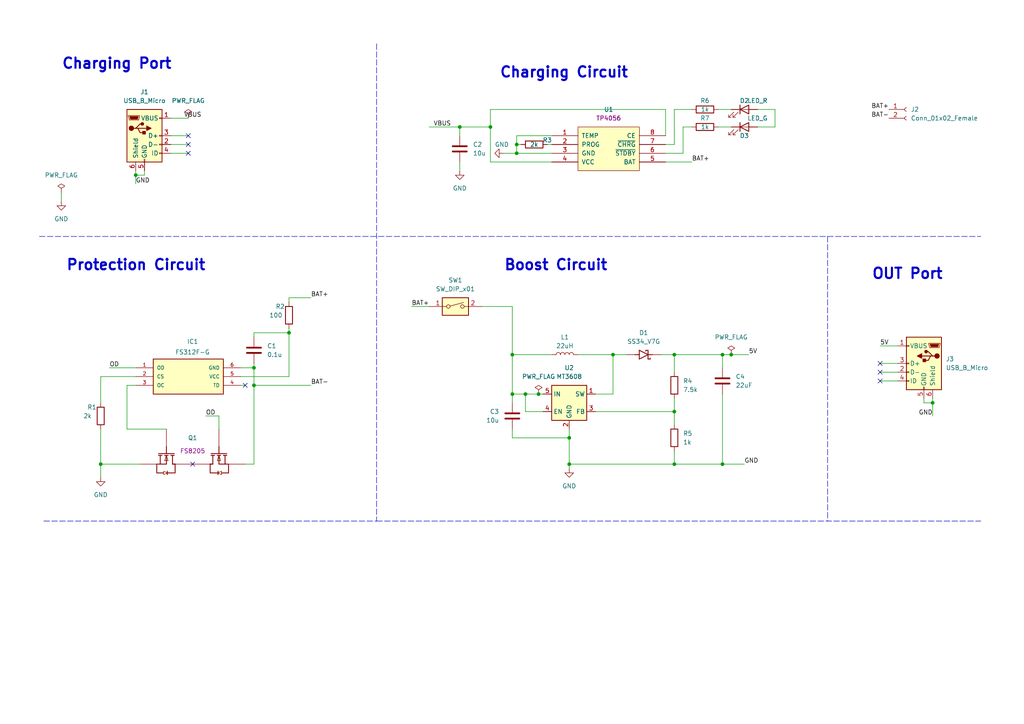
<source format=kicad_sch>
(kicad_sch (version 20211123) (generator eeschema)
  (paper "A4")
  (lib_symbols
    (symbol "Connector:Conn_01x02_Female" (pin_names (offset 1.016) hide)
      (property "Reference" "J" (at 0 2.54 0))
      (property "Value" "Conn_01x02_Female" (at 0 -5.08 0))
      (symbol "Conn_01x02_Female_1_1"
        (arc (start 0 -2.032) (mid -0.508 -2.54) (end 0 -3.048) (stroke (width 0.1524)))
        (polyline (pts (xy -1.27 -2.54) (xy -0.508 -2.54)) (stroke (width 0.1524)))
        (polyline (pts (xy -1.27 0) (xy -0.508 0)) (stroke (width 0.1524)))
        (arc (start 0 0.508) (mid -0.508 0) (end 0 -0.508) (stroke (width 0.1524)))
        (pin passive line (at -5.08 0 0) (length 3.81) (name "Pin_1") (number "1"))
        (pin passive line (at -5.08 -2.54 0) (length 3.81) (name "Pin_2") (number "2"))
      )
    )
    (symbol "Connector:USB_B_Micro" (pin_names (offset 1.016))
      (property "Reference" "J" (at -5.08 11.43 0))
      (property "Value" "USB_B_Micro" (at -5.08 8.89 0))
      (symbol "USB_B_Micro_0_1"
        (rectangle (start -5.08 -7.62) (end 5.08 7.62) (stroke (width 0.254)) (fill (type background)))
        (circle (center -3.81 2.159) (radius 0.635) (stroke (width 0.254)) (fill (type outline)))
        (circle (center -0.635 3.429) (radius 0.381) (stroke (width 0.254)) (fill (type outline)))
        (rectangle (start -0.127 -7.62) (end 0.127 -6.858))
        (polyline (pts (xy -1.905 2.159) (xy 0.635 2.159)) (stroke (width 0.254)))
        (polyline (pts (xy -3.175 2.159) (xy -2.54 2.159) (xy -1.27 3.429) (xy -0.635 3.429)) (stroke (width 0.254)))
        (polyline (pts (xy -2.54 2.159) (xy -1.905 2.159) (xy -1.27 0.889) (xy 0 0.889)) (stroke (width 0.254)))
        (polyline (pts (xy 0.635 2.794) (xy 0.635 1.524) (xy 1.905 2.159) (xy 0.635 2.794)) (stroke (width 0.254)) (fill (type outline)))
        (polyline (pts (xy -4.318 5.588) (xy -1.778 5.588) (xy -2.032 4.826) (xy -4.064 4.826) (xy -4.318 5.588)) (fill (type outline)))
        (polyline (pts (xy -4.699 5.842) (xy -4.699 5.588) (xy -4.445 4.826) (xy -4.445 4.572) (xy -1.651 4.572) (xy -1.651 4.826) (xy -1.397 5.588) (xy -1.397 5.842) (xy -4.699 5.842)))
        (rectangle (start 0.254 1.27) (end -0.508 0.508) (stroke (width 0.254)) (fill (type outline)))
        (rectangle (start 5.08 -5.207) (end 4.318 -4.953))
        (rectangle (start 5.08 -2.667) (end 4.318 -2.413))
        (rectangle (start 5.08 -0.127) (end 4.318 0.127))
        (rectangle (start 5.08 4.953) (end 4.318 5.207))
      )
      (symbol "USB_B_Micro_1_1"
        (pin power_out line (at 7.62 5.08 180) (length 2.54) (name "VBUS") (number "1"))
        (pin bidirectional line (at 7.62 -2.54 180) (length 2.54) (name "D-") (number "2"))
        (pin bidirectional line (at 7.62 0 180) (length 2.54) (name "D+") (number "3"))
        (pin passive line (at 7.62 -5.08 180) (length 2.54) (name "ID") (number "4"))
        (pin power_out line (at 0 -10.16 90) (length 2.54) (name "GND") (number "5"))
        (pin passive line (at -2.54 -10.16 90) (length 2.54) (name "Shield") (number "6"))
      )
    )
    (symbol "Device:C" (pin_numbers hide) (pin_names (offset 0.254))
      (property "Reference" "C" (at 0.635 2.54 0))
      (property "Value" "C" (at 0.635 -2.54 0))
      (symbol "C_0_1"
        (polyline (pts (xy -2.032 -0.762) (xy 2.032 -0.762)) (stroke (width 0.508)))
        (polyline (pts (xy -2.032 0.762) (xy 2.032 0.762)) (stroke (width 0.508)))
      )
      (symbol "C_1_1"
        (pin passive line (at 0 3.81 270) (length 2.794) (name "~") (number "1"))
        (pin passive line (at 0 -3.81 90) (length 2.794) (name "~") (number "2"))
      )
    )
    (symbol "Device:L" (pin_numbers hide) (pin_names (offset 1.016) hide)
      (property "Reference" "L" (at -1.27 0 90))
      (property "Value" "L" (at 1.905 0 90))
      (symbol "L_0_1"
        (arc (start 0 -2.54) (mid 0.635 -1.905) (end 0 -1.27))
        (arc (start 0 -1.27) (mid 0.635 -0.635) (end 0 0))
        (arc (start 0 0) (mid 0.635 0.635) (end 0 1.27))
        (arc (start 0 1.27) (mid 0.635 1.905) (end 0 2.54))
      )
      (symbol "L_1_1"
        (pin passive line (at 0 3.81 270) (length 1.27) (name "1") (number "1"))
        (pin passive line (at 0 -3.81 90) (length 1.27) (name "2") (number "2"))
      )
    )
    (symbol "Device:LED" (pin_numbers hide) (pin_names (offset 1.016) hide)
      (property "Reference" "D" (at 0 2.54 0))
      (property "Value" "LED" (at 0 -2.54 0))
      (symbol "LED_0_1"
        (polyline (pts (xy -1.27 -1.27) (xy -1.27 1.27)) (stroke (width 0.254)))
        (polyline (pts (xy -1.27 0) (xy 1.27 0)))
        (polyline (pts (xy 1.27 -1.27) (xy 1.27 1.27) (xy -1.27 0) (xy 1.27 -1.27)) (stroke (width 0.254)))
        (polyline (pts (xy -3.048 -0.762) (xy -4.572 -2.286) (xy -3.81 -2.286) (xy -4.572 -2.286) (xy -4.572 -1.524)))
        (polyline (pts (xy -1.778 -0.762) (xy -3.302 -2.286) (xy -2.54 -2.286) (xy -3.302 -2.286) (xy -3.302 -1.524)))
      )
      (symbol "LED_1_1"
        (pin passive line (at -3.81 0 0) (length 2.54) (name "K") (number "1"))
        (pin passive line (at 3.81 0 180) (length 2.54) (name "A") (number "2"))
      )
    )
    (symbol "Device:R" (pin_numbers hide) (pin_names (offset 0))
      (property "Reference" "R" (at 2.032 0 90))
      (property "Value" "R" (at 0 0 90))
      (symbol "R_0_1"
        (rectangle (start -1.016 -2.54) (end 1.016 2.54) (stroke (width 0.254)))
      )
      (symbol "R_1_1"
        (pin passive line (at 0 3.81 270) (length 1.27) (name "~") (number "1"))
        (pin passive line (at 0 -3.81 90) (length 1.27) (name "~") (number "2"))
      )
    )
    (symbol "FS312F-G:FS312F-G" (pin_names (offset 1.016))
      (property "Reference" "IC" (at -10.16 5.08 0))
      (symbol "FS312F-G_0_0"
        (rectangle (start -10.16 -5.08) (end 10.16 5.08) (stroke (width 0.254)) (fill (type background)))
        (pin bidirectional line (at -15.24 2.54 0) (length 5.08) (name "OD") (number "1"))
        (pin bidirectional line (at -15.24 0 0) (length 5.08) (name "CS") (number "2"))
        (pin bidirectional line (at -15.24 -2.54 0) (length 5.08) (name "OC") (number "3"))
        (pin bidirectional line (at 15.24 -2.54 180) (length 5.08) (name "TD") (number "4"))
        (pin bidirectional line (at 15.24 0 180) (length 5.08) (name "VCC") (number "5"))
        (pin bidirectional line (at 15.24 2.54 180) (length 5.08) (name "GND") (number "6"))
      )
    )
    (symbol "Regulator_Switching:MT3608"
      (property "Reference" "U" (at -2.54 8.89 0))
      (property "Value" "MT3608" (at -3.81 6.35 0))
      (symbol "MT3608_0_1"
        (rectangle (start -5.08 5.08) (end 5.08 -5.08) (stroke (width 0.254)) (fill (type background)))
      )
      (symbol "MT3608_1_1"
        (pin passive line (at 7.62 2.54 180) (length 2.54) (name "SW") (number "1"))
        (pin power_in line (at 0 -7.62 90) (length 2.54) (name "GND") (number "2"))
        (pin input line (at 7.62 -2.54 180) (length 2.54) (name "FB") (number "3"))
        (pin input line (at -7.62 -2.54 0) (length 2.54) (name "EN") (number "4"))
        (pin power_in line (at -7.62 2.54 0) (length 2.54) (name "IN") (number "5"))
        (pin no_connect line (at 5.08 0 180) (length 2.54) hide (name "NC") (number "6"))
      )
    )
    (symbol "SS34_V7G:SS34_V7G" (pin_numbers hide) (pin_names (offset 1.016) hide)
      (property "Reference" "D" (at -5.08 2.54 0))
      (property "Value" "SS34_V7G" (at -5.08 -3.81 0))
      (symbol "SS34_V7G_0_0"
        (polyline (pts (xy -2.54 0) (xy -1.27 0)) (stroke (width 0.254)))
        (polyline (pts (xy -1.27 -1.27) (xy 1.27 0)) (stroke (width 0.254)))
        (polyline (pts (xy -1.27 0) (xy -1.27 -1.27)) (stroke (width 0.254)))
        (polyline (pts (xy -1.27 1.27) (xy -1.27 0)) (stroke (width 0.254)))
        (polyline (pts (xy 0.635 -1.016) (xy 0.635 -1.27)) (stroke (width 0.254)))
        (polyline (pts (xy 1.27 -1.27) (xy 0.635 -1.27)) (stroke (width 0.254)))
        (polyline (pts (xy 1.27 0) (xy -1.27 1.27)) (stroke (width 0.254)))
        (polyline (pts (xy 1.27 0) (xy 1.27 -1.27)) (stroke (width 0.254)))
        (polyline (pts (xy 1.27 1.27) (xy 1.27 0)) (stroke (width 0.254)))
        (polyline (pts (xy 1.905 1.27) (xy 1.27 1.27)) (stroke (width 0.254)))
        (polyline (pts (xy 1.905 1.27) (xy 1.905 1.016)) (stroke (width 0.254)))
        (polyline (pts (xy 2.54 0) (xy 1.27 0)) (stroke (width 0.254)))
        (pin passive line (at -5.08 0 0) (length 2.54) (name "~") (number "A"))
        (pin passive line (at 5.08 0 180) (length 2.54) (name "~") (number "C"))
      )
    )
    (symbol "Switch:SW_DIP_x01" (pin_names (offset 0) hide)
      (property "Reference" "SW" (at 0 3.81 0))
      (property "Value" "SW_DIP_x01" (at 0 -3.81 0))
      (symbol "SW_DIP_x01_0_0"
        (circle (center -2.032 0) (radius 0.508))
        (polyline (pts (xy -1.524 0.127) (xy 2.3622 1.1684)))
        (circle (center 2.032 0) (radius 0.508))
      )
      (symbol "SW_DIP_x01_0_1"
        (rectangle (start -3.81 2.54) (end 3.81 -2.54) (stroke (width 0.254)) (fill (type background)))
      )
      (symbol "SW_DIP_x01_1_1"
        (pin passive line (at -7.62 0 0) (length 5.08) (name "~") (number "1"))
        (pin passive line (at 7.62 0 180) (length 5.08) (name "~") (number "2"))
      )
    )
    (symbol "lc_IC:TP4056_[C16581]" (pin_names (offset 1.016))
      (property "Reference" "U" (at -0.0254 1.27 0))
      (property "Comment" "TP4056" (at 3.7846 1.27 0))
      (symbol "TP4056_[C16581]_1_1"
        (rectangle (start 7.62 -12.7) (end 25.4 0) (fill (type background)))
        (pin passive line (at 0 -2.54 0) (length 7.62) (name "TEMP") (number "1"))
        (pin passive line (at 0 -5.08 0) (length 7.62) (name "PROG") (number "2"))
        (pin passive line (at 0 -7.62 0) (length 7.62) (name "GND") (number "3"))
        (pin passive line (at 0 -10.16 0) (length 7.62) (name "VCC") (number "4"))
        (pin passive line (at 33.02 -10.16 180) (length 7.62) (name "BAT") (number "5"))
        (pin passive line (at 33.02 -7.62 180) (length 7.62) (name "~{STDBY}") (number "6"))
        (pin passive line (at 33.02 -5.08 180) (length 7.62) (name "~{CHRG}") (number "7"))
        (pin passive line (at 33.02 -2.54 180) (length 7.62) (name "CE") (number "8"))
      )
    )
    (symbol "lc_MOS:FS8205" (pin_numbers hide) (pin_names (offset 1.016) hide)
      (property "Reference" "Q" (at -0.0254 16.51 0))
      (property "Comment" "FS8205" (at 3.7846 16.51 0))
      (symbol "FS8205_1_1"
        (polyline (pts (xy 10.16 -7.62) (xy 12.192 -7.62)) (stroke (width 0.254)))
        (polyline (pts (xy 10.16 7.62) (xy 12.192 7.62)) (stroke (width 0.254)))
        (polyline (pts (xy 12.192 -5.334) (xy 12.192 -9.906)) (stroke (width 0.254)))
        (polyline (pts (xy 12.192 5.334) (xy 12.192 9.906)) (stroke (width 0.254)))
        (polyline (pts (xy 12.7 -9.906) (xy 12.7 -8.89)) (stroke (width 0.254)))
        (polyline (pts (xy 12.7 -8.128) (xy 12.7 -7.112)) (stroke (width 0.254)))
        (polyline (pts (xy 12.7 -5.334) (xy 12.7 -6.35)) (stroke (width 0.254)))
        (polyline (pts (xy 12.7 5.334) (xy 12.7 6.35)) (stroke (width 0.254)))
        (polyline (pts (xy 12.7 8.128) (xy 12.7 7.112)) (stroke (width 0.254)))
        (polyline (pts (xy 12.7 9.906) (xy 12.7 8.89)) (stroke (width 0.254)))
        (polyline (pts (xy 15.24 -9.398) (xy 12.7 -9.398)) (stroke (width 0.254)))
        (polyline (pts (xy 15.24 -7.62) (xy 12.7 -7.62)) (stroke (width 0.254)))
        (polyline (pts (xy 15.24 -7.62) (xy 15.24 -10.16)) (stroke (width 0.254)))
        (polyline (pts (xy 15.24 -5.842) (xy 12.7 -5.842)) (stroke (width 0.254)))
        (polyline (pts (xy 15.24 -5.842) (xy 15.24 -5.08)) (stroke (width 0.254)))
        (polyline (pts (xy 15.24 -5.842) (xy 15.24 -5.08)) (stroke (width 0.254)))
        (polyline (pts (xy 15.24 5.842) (xy 12.7 5.842)) (stroke (width 0.254)))
        (polyline (pts (xy 15.24 5.842) (xy 15.24 5.08)) (stroke (width 0.254)))
        (polyline (pts (xy 15.24 5.842) (xy 15.24 5.08)) (stroke (width 0.254)))
        (polyline (pts (xy 15.24 7.62) (xy 12.7 7.62)) (stroke (width 0.254)))
        (polyline (pts (xy 15.24 7.62) (xy 15.24 10.16)) (stroke (width 0.254)))
        (polyline (pts (xy 15.24 9.398) (xy 12.7 9.398)) (stroke (width 0.254)))
        (polyline (pts (xy 18.288 -7.366) (xy 17.272 -7.366)) (stroke (width 0.254)))
        (polyline (pts (xy 18.288 7.366) (xy 17.272 7.366)) (stroke (width 0.254)))
        (polyline (pts (xy 17.78 -8.382) (xy 17.78 -10.414) (xy 15.24 -10.414)) (stroke (width 0.254)))
        (polyline (pts (xy 17.78 -7.366) (xy 17.78 -5.08) (xy 15.24 -5.08)) (stroke (width 0.254)))
        (polyline (pts (xy 17.78 7.366) (xy 17.78 5.08) (xy 15.24 5.08)) (stroke (width 0.254)))
        (polyline (pts (xy 17.78 8.382) (xy 17.78 10.414) (xy 15.24 10.414)) (stroke (width 0.254)))
        (polyline (pts (xy 12.7 -7.62) (xy 14.224 -8.128) (xy 14.224 -7.112) (xy 12.7 -7.62)) (fill (type background)))
        (polyline (pts (xy 12.7 7.62) (xy 14.224 8.128) (xy 14.224 7.112) (xy 12.7 7.62)) (fill (type background)))
        (polyline (pts (xy 17.78 -7.366) (xy 17.272 -8.382) (xy 18.288 -8.382) (xy 17.78 -7.366)) (fill (type background)))
        (polyline (pts (xy 17.78 7.366) (xy 17.272 8.382) (xy 18.288 8.382) (xy 17.78 7.366)) (fill (type background)))
        (pin passive line (at 15.24 -15.24 90) (length 5.08) (name "S") (number "1"))
        (pin passive line (at 15.24 0 270) (length 5.08) (name "D") (number "2"))
        (pin passive line (at 15.24 15.24 270) (length 5.08) (name "S") (number "3"))
        (pin passive line (at 5.08 7.62 0) (length 5.08) (name "G") (number "4"))
        (pin passive line (at 15.24 0 90) (length 5.08) (name "D") (number "5"))
        (pin passive line (at 5.08 -7.62 0) (length 5.08) (name "G") (number "6"))
      )
    )
    (symbol "power:GND" (power) (pin_names (offset 0))
      (property "Value" "GND" (at 0 -3.81 0))
      (symbol "GND_0_1"
        (polyline (pts (xy 0 0) (xy 0 -1.27) (xy 1.27 -1.27) (xy 0 -2.54) (xy -1.27 -1.27) (xy 0 -1.27)))
      )
      (symbol "GND_1_1"
        (pin power_in line (at 0 0 270) (length 0) hide (name "GND") (number "1"))
      )
    )
    (symbol "power:PWR_FLAG" (power) (pin_numbers hide) (pin_names (offset 0) hide)
      (property "Value" "PWR_FLAG" (at 0 3.81 0))
      (symbol "PWR_FLAG_0_0"
        (pin power_out line (at 0 0 90) (length 0) (name "pwr") (number "1"))
      )
      (symbol "PWR_FLAG_0_1"
        (polyline (pts (xy 0 0) (xy 0 1.27) (xy -1.016 1.905) (xy 0 2.54) (xy 1.016 1.905) (xy 0 1.27)))
      )
    )
  )
  (junction (at 39.37 50.8))
  (junction (at 29.21 134.62))
  (junction (at 270.51 116.84))
  (junction (at 195.58 102.87))
  (junction (at 156.21 114.3))
  (junction (at 133.35 36.83))
  (junction (at 195.58 134.62))
  (junction (at 149.86 41.91))
  (junction (at 165.1 127))
  (junction (at 165.1 134.62))
  (junction (at 73.66 106.68))
  (junction (at 149.86 44.45))
  (junction (at 209.55 102.87))
  (junction (at 212.09 102.87))
  (junction (at 148.59 114.3))
  (junction (at 73.66 111.76))
  (junction (at 83.82 96.52))
  (junction (at 148.59 102.87))
  (junction (at 195.58 119.38))
  (junction (at 152.4 114.3))
  (junction (at 177.8 102.87))
  (junction (at 142.24 36.83))
  (junction (at 209.55 134.62))
  (no_connect (at 54.61 44.45))
  (no_connect (at 54.61 41.91))
  (no_connect (at 255.27 105.41))
  (no_connect (at 55.88 134.62))
  (no_connect (at 71.12 111.76))
  (no_connect (at 255.27 107.95))
  (no_connect (at 54.61 39.37))
  (no_connect (at 255.27 110.49))
  (wire (pts (xy 69.85 106.68) (xy 73.66 106.68)))
  (wire (pts (xy 209.55 134.62) (xy 195.58 134.62)))
  (wire (pts (xy 177.8 102.87) (xy 177.8 114.3)))
  (wire (pts (xy 212.09 102.87) (xy 217.17 102.87)))
  (wire (pts (xy 71.12 111.76) (xy 69.85 111.76)))
  (wire (pts (xy 167.64 102.87) (xy 177.8 102.87)))
  (wire (pts (xy 148.59 116.84) (xy 148.59 114.3)))
  (wire (pts (xy 49.53 34.29) (xy 54.61 34.29)))
  (wire (pts (xy 133.35 36.83) (xy 142.24 36.83)))
  (wire (pts (xy 195.58 134.62) (xy 165.1 134.62)))
  (wire (pts (xy 149.86 39.37) (xy 149.86 41.91)))
  (polyline (pts (xy 11.43 68.58) (xy 284.48 68.58)))
  (wire (pts (xy 224.79 36.83) (xy 224.79 31.75)))
  (wire (pts (xy 195.58 41.91) (xy 193.04 41.91)))
  (wire (pts (xy 195.58 102.87) (xy 209.55 102.87)))
  (wire (pts (xy 160.02 39.37) (xy 149.86 39.37)))
  (wire (pts (xy 83.82 86.36) (xy 90.17 86.36)))
  (wire (pts (xy 29.21 134.62) (xy 29.21 138.43)))
  (wire (pts (xy 165.1 135.89) (xy 165.1 134.62)))
  (wire (pts (xy 124.46 36.83) (xy 133.35 36.83)))
  (wire (pts (xy 255.27 100.33) (xy 260.35 100.33)))
  (wire (pts (xy 198.12 36.83) (xy 198.12 44.45)))
  (wire (pts (xy 195.58 119.38) (xy 195.58 123.19)))
  (wire (pts (xy 195.58 31.75) (xy 195.58 41.91)))
  (wire (pts (xy 260.35 105.41) (xy 255.27 105.41)))
  (wire (pts (xy 193.04 39.37) (xy 193.04 31.75)))
  (wire (pts (xy 270.51 115.57) (xy 270.51 116.84)))
  (wire (pts (xy 83.82 109.22) (xy 69.85 109.22)))
  (wire (pts (xy 198.12 36.83) (xy 200.66 36.83)))
  (wire (pts (xy 270.51 116.84) (xy 270.51 120.65)))
  (polyline (pts (xy 12.7 151.13) (xy 109.22 151.13)))
  (wire (pts (xy 151.13 41.91) (xy 149.86 41.91)))
  (wire (pts (xy 158.75 41.91) (xy 160.02 41.91)))
  (wire (pts (xy 209.55 134.62) (xy 215.9 134.62)))
  (wire (pts (xy 193.04 31.75) (xy 142.24 31.75)))
  (wire (pts (xy 40.64 134.62) (xy 29.21 134.62)))
  (wire (pts (xy 195.58 130.81) (xy 195.58 134.62)))
  (wire (pts (xy 260.35 110.49) (xy 255.27 110.49)))
  (wire (pts (xy 148.59 102.87) (xy 148.59 114.3)))
  (wire (pts (xy 209.55 114.3) (xy 209.55 134.62)))
  (wire (pts (xy 177.8 114.3) (xy 172.72 114.3)))
  (wire (pts (xy 195.58 102.87) (xy 191.77 102.87)))
  (wire (pts (xy 29.21 124.46) (xy 29.21 134.62)))
  (wire (pts (xy 193.04 46.99) (xy 200.66 46.99)))
  (wire (pts (xy 36.83 124.46) (xy 48.26 124.46)))
  (wire (pts (xy 49.53 44.45) (xy 54.61 44.45)))
  (wire (pts (xy 49.53 41.91) (xy 54.61 41.91)))
  (wire (pts (xy 267.97 116.84) (xy 270.51 116.84)))
  (wire (pts (xy 59.69 120.65) (xy 63.5 120.65)))
  (wire (pts (xy 209.55 102.87) (xy 212.09 102.87)))
  (wire (pts (xy 29.21 109.22) (xy 29.21 116.84)))
  (wire (pts (xy 73.66 111.76) (xy 90.17 111.76)))
  (wire (pts (xy 224.79 31.75) (xy 219.71 31.75)))
  (wire (pts (xy 36.83 111.76) (xy 36.83 124.46)))
  (wire (pts (xy 142.24 31.75) (xy 142.24 36.83)))
  (wire (pts (xy 133.35 36.83) (xy 133.35 39.37)))
  (wire (pts (xy 149.86 41.91) (xy 149.86 44.45)))
  (wire (pts (xy 152.4 114.3) (xy 156.21 114.3)))
  (polyline (pts (xy 109.22 12.7) (xy 109.22 151.13)))
  (wire (pts (xy 39.37 111.76) (xy 36.83 111.76)))
  (wire (pts (xy 73.66 106.68) (xy 73.66 111.76)))
  (wire (pts (xy 157.48 119.38) (xy 152.4 119.38)))
  (wire (pts (xy 209.55 102.87) (xy 209.55 106.68)))
  (wire (pts (xy 195.58 107.95) (xy 195.58 102.87)))
  (wire (pts (xy 149.86 44.45) (xy 160.02 44.45)))
  (wire (pts (xy 181.61 102.87) (xy 177.8 102.87)))
  (wire (pts (xy 73.66 96.52) (xy 73.66 97.79)))
  (wire (pts (xy 73.66 111.76) (xy 73.66 134.62)))
  (wire (pts (xy 148.59 124.46) (xy 148.59 127)))
  (wire (pts (xy 148.59 88.9) (xy 148.59 102.87)))
  (wire (pts (xy 17.78 55.88) (xy 17.78 58.42)))
  (wire (pts (xy 195.58 31.75) (xy 200.66 31.75)))
  (wire (pts (xy 156.21 114.3) (xy 157.48 114.3)))
  (wire (pts (xy 41.91 50.8) (xy 39.37 50.8)))
  (polyline (pts (xy 240.03 68.58) (xy 240.03 151.13)))
  (wire (pts (xy 212.09 31.75) (xy 208.28 31.75)))
  (wire (pts (xy 39.37 49.53) (xy 39.37 50.8)))
  (wire (pts (xy 212.09 36.83) (xy 208.28 36.83)))
  (wire (pts (xy 83.82 87.63) (xy 83.82 86.36)))
  (wire (pts (xy 148.59 114.3) (xy 152.4 114.3)))
  (wire (pts (xy 119.38 88.9) (xy 124.46 88.9)))
  (wire (pts (xy 165.1 134.62) (xy 165.1 127)))
  (wire (pts (xy 198.12 44.45) (xy 193.04 44.45)))
  (wire (pts (xy 160.02 102.87) (xy 148.59 102.87)))
  (wire (pts (xy 73.66 134.62) (xy 71.12 134.62)))
  (wire (pts (xy 83.82 96.52) (xy 83.82 109.22)))
  (wire (pts (xy 49.53 39.37) (xy 54.61 39.37)))
  (wire (pts (xy 39.37 50.8) (xy 39.37 53.34)))
  (wire (pts (xy 267.97 115.57) (xy 267.97 116.84)))
  (wire (pts (xy 165.1 127) (xy 165.1 124.46)))
  (wire (pts (xy 152.4 119.38) (xy 152.4 114.3)))
  (wire (pts (xy 63.5 120.65) (xy 63.5 124.46)))
  (wire (pts (xy 83.82 95.25) (xy 83.82 96.52)))
  (wire (pts (xy 260.35 107.95) (xy 255.27 107.95)))
  (wire (pts (xy 73.66 96.52) (xy 83.82 96.52)))
  (wire (pts (xy 172.72 119.38) (xy 195.58 119.38)))
  (wire (pts (xy 133.35 46.99) (xy 133.35 49.53)))
  (polyline (pts (xy 109.22 151.13) (xy 284.48 151.13)))
  (wire (pts (xy 139.7 88.9) (xy 148.59 88.9)))
  (wire (pts (xy 148.59 127) (xy 165.1 127)))
  (wire (pts (xy 31.75 106.68) (xy 39.37 106.68)))
  (wire (pts (xy 160.02 46.99) (xy 142.24 46.99)))
  (wire (pts (xy 41.91 49.53) (xy 41.91 50.8)))
  (wire (pts (xy 73.66 105.41) (xy 73.66 106.68)))
  (wire (pts (xy 195.58 115.57) (xy 195.58 119.38)))
  (wire (pts (xy 39.37 109.22) (xy 29.21 109.22)))
  (wire (pts (xy 142.24 46.99) (xy 142.24 36.83)))
  (wire (pts (xy 146.05 44.45) (xy 149.86 44.45)))
  (wire (pts (xy 219.71 36.83) (xy 224.79 36.83)))
  (text "OUT Port" (at 252.73 81.28 0) (effects (font (size 3 3) (thickness 0.6) bold) (justify left bottom)))
  (text "Boost Circuit" (at 146.05 78.74 0) (effects (font (size 3 3) bold) (justify left bottom)))
  (text "Protection Circuit" (at 19.05 78.74 0) (effects (font (size 3 3) bold) (justify left bottom)))
  (text "Charging Port\n" (at 17.78 20.32 0) (effects (font (size 3 3) (thickness 0.6) bold) (justify left bottom)))
  (text "Charging Circuit" (at 144.78 22.86 0) (effects (font (size 3 3) (thickness 0.6) bold) (justify left bottom)))
  (label "BAT-" (at 257.81 34.29 180))
  (label "OD" (at 59.69 120.65 0))
  (label "BAT+" (at 257.81 31.75 180))
  (label "5V" (at 217.17 102.87 0))
  (label "BAT+" (at 119.38 88.9 0))
  (label "OD" (at 31.75 106.68 0))
  (label "VBUS" (at 53.34 34.29 0))
  (label "BAT-" (at 90.17 111.76 0))
  (label "GND" (at 270.51 120.65 180))
  (label "BAT+" (at 90.17 86.36 0))
  (label "VBUS" (at 125.73 36.83 0))
  (label "BAT+" (at 200.66 46.99 0))
  (label "5V" (at 255.27 100.33 0))
  (label "GND" (at 215.9 134.62 0))
  (label "GND" (at 39.37 53.34 0))
  (symbol (lib_id "lc_MOS:FS8205") (at 55.88 119.38 270) (unit 1)
    (property "Reference" "Q1" (at 55.88 127 90))
    (property "Value" "FS8205" (effects hide))
    (property "Footprint" "Package_TO_SOT_SMD:SOT-23-6" (effects hide))
    (property "Datasheet" "http://www.szlcsc.com/product/details_33217.html" (effects hide))
    (property "description" "MOS(场效应管)" (effects hide))
    (property "ComponentLink1Description" "供应商链接" (effects hide))
    (property "Package" "SOT-23-6" (effects hide))
    (property "Supplier" "LC" (effects hide))
    (property "SuppliersPartNumber" "C32254" (effects hide))
    (property "Comment" "FS8205" (at 55.88 130.81 90))
  )
  (symbol (lib_id "power:GND") (at 146.05 44.45 270) (unit 1)
    (property "Reference" "#PWR05" (effects hide))
    (property "Value" "GND" (at 143.51 41.91 90) (effects (justify left)))
  )
  (symbol (lib_id "Device:R") (at 29.21 120.65 180) (unit 1)
    (property "Reference" "R1" (at 26.67 118.11 0))
    (property "Value" "2k" (at 25.4 120.65 0))
    (property "Footprint" "Resistor_SMD:R_0201_0603Metric" (effects hide))
  )
  (symbol (lib_id "lc_IC:TP4056_[C16581]") (at 160.02 36.83 0) (unit 1)
    (property "Reference" "U1" (at 176.53 31.75 0))
    (property "Value" "TP4056_[C16581]" (effects hide))
    (property "Footprint" "lc_lib:SOP-8_EP_150MIL" (effects hide))
    (property "Datasheet" "http://www.szlcsc.com/product/details_17264.html" (effects hide))
    (property "description" "电池电源管理" (effects hide))
    (property "ComponentLink1Description" "供应商链接" (effects hide))
    (property "Package" "SOP-8_EP_150mil" (effects hide))
    (property "Supplier" "LC" (effects hide))
    (property "SuppliersPartNumber" "C16581" (effects hide))
    (property "Comment" "TP4056" (at 176.53 34.29 0))
  )
  (symbol (lib_id "Device:R") (at 195.58 111.76 0) (unit 1)
    (property "Reference" "R4" (at 198.12 110.4899 0) (effects (justify left)))
    (property "Value" "7.5k" (at 198.12 113.0299 0) (effects (justify left)))
    (property "Footprint" "Resistor_SMD:R_0201_0603Metric" (effects hide))
  )
  (symbol (lib_id "power:PWR_FLAG") (at 156.21 114.3 0) (unit 1)
    (property "Reference" "#FLG03" (effects hide))
    (property "Value" "PWR_FLAG" (at 156.21 109.22 0))
  )
  (symbol (lib_id "Device:C") (at 148.59 120.65 0) (mirror y) (unit 1)
    (property "Reference" "C3" (at 144.78 119.3799 0) (effects (justify left)))
    (property "Value" "10u" (at 144.78 121.9199 0) (effects (justify left)))
    (property "Footprint" "Capacitor_SMD:C_0201_0603Metric" (effects hide))
  )
  (symbol (lib_id "power:GND") (at 133.35 49.53 0) (unit 1)
    (property "Reference" "#PWR04" (effects hide))
    (property "Value" "GND" (at 133.35 54.61 0))
  )
  (symbol (lib_id "Connector:Conn_01x02_Female") (at 262.89 31.75 0) (unit 1)
    (property "Reference" "J2" (at 264.16 31.7499 0) (effects (justify left)))
    (property "Value" "Conn_01x02_Female" (at 264.16 34.2899 0) (effects (justify left)))
    (property "Footprint" "Connector_PinSocket_2.54mm:PinSocket_1x02_P2.54mm_Horizontal" (effects hide))
  )
  (symbol (lib_id "Device:L") (at 163.83 102.87 270) (mirror x) (unit 1)
    (property "Reference" "L1" (at 163.83 97.79 90))
    (property "Value" "22uH" (at 163.83 100.33 90))
    (property "Footprint" "Inductor_SMD:L_0805_2012Metric" (effects hide))
  )
  (symbol (lib_id "Device:LED") (at 215.9 36.83 0) (unit 1)
    (property "Reference" "D3" (at 215.9 39.37 0))
    (property "Value" "LED_G" (at 219.71 34.29 0))
    (property "Footprint" "LED_SMD:LED_0201_0603Metric" (effects hide))
  )
  (symbol (lib_id "power:PWR_FLAG") (at 212.09 102.87 0) (unit 1)
    (property "Reference" "#FLG04" (effects hide))
    (property "Value" "PWR_FLAG" (at 212.09 97.79 0))
  )
  (symbol (lib_id "Device:R") (at 204.47 36.83 90) (unit 1)
    (property "Reference" "R7" (at 204.47 34.29 90))
    (property "Value" "1k" (at 204.47 36.83 90))
    (property "Footprint" "Resistor_SMD:R_0201_0603Metric" (effects hide))
  )
  (symbol (lib_id "Connector:USB_B_Micro") (at 41.91 39.37 0) (unit 1)
    (property "Reference" "J1" (at 41.91 26.67 0))
    (property "Value" "USB_B_Micro" (at 41.91 29.21 0))
    (property "Footprint" "Connector_USB:USB_Micro-B_Amphenol_10103594-0001LF_Horizontal" (effects hide))
  )
  (symbol (lib_id "Device:C") (at 209.55 110.49 0) (unit 1)
    (property "Reference" "C4" (at 213.36 109.2199 0) (effects (justify left)))
    (property "Value" "22uF" (at 213.36 111.7599 0) (effects (justify left)))
    (property "Footprint" "Capacitor_SMD:C_1812_4532Metric" (effects hide))
  )
  (symbol (lib_id "Device:C") (at 133.35 43.18 0) (unit 1)
    (property "Reference" "C2" (at 137.16 41.9099 0) (effects (justify left)))
    (property "Value" "10u" (at 137.16 44.4499 0) (effects (justify left)))
    (property "Footprint" "Capacitor_SMD:C_0201_0603Metric" (effects hide))
  )
  (symbol (lib_id "power:GND") (at 29.21 138.43 0) (unit 1)
    (property "Reference" "#PWR02" (effects hide))
    (property "Value" "GND" (at 29.21 143.51 0))
  )
  (symbol (lib_id "Connector:USB_B_Micro") (at 267.97 105.41 0) (mirror y) (unit 1)
    (property "Reference" "J3" (at 274.32 104.1399 0) (effects (justify right)))
    (property "Value" "USB_B_Micro" (at 274.32 106.6799 0) (effects (justify right)))
    (property "Footprint" "Connector_USB:USB_Micro-B_Amphenol_10103594-0001LF_Horizontal" (effects hide))
  )
  (symbol (lib_id "power:PWR_FLAG") (at 54.61 34.29 0) (unit 1)
    (property "Reference" "#FLG02" (effects hide))
    (property "Value" "PWR_FLAG" (at 54.61 29.21 0))
  )
  (symbol (lib_id "Device:LED") (at 215.9 31.75 0) (unit 1)
    (property "Reference" "D2" (at 215.9 29.21 0))
    (property "Value" "LED_R" (at 219.71 29.21 0))
    (property "Footprint" "LED_SMD:LED_0201_0603Metric" (effects hide))
  )
  (symbol (lib_id "power:GND") (at 17.78 58.42 0) (unit 1)
    (property "Reference" "#PWR01" (effects hide))
    (property "Value" "GND" (at 17.78 63.5 0))
  )
  (symbol (lib_id "Switch:SW_DIP_x01") (at 132.08 88.9 0) (unit 1)
    (property "Reference" "SW1" (at 132.08 81.28 0))
    (property "Value" "SW_DIP_x01" (at 132.08 83.82 0))
    (property "Footprint" "Button_Switch_SMD:SW_DIP_SPSTx01_Slide_9.78x4.72mm_W8.61mm_P2.54mm" (effects hide))
  )
  (symbol (lib_id "Device:R") (at 204.47 31.75 90) (unit 1)
    (property "Reference" "R6" (at 204.47 29.21 90))
    (property "Value" "1k" (at 204.47 31.75 90))
    (property "Footprint" "Resistor_SMD:R_0201_0603Metric" (effects hide))
  )
  (symbol (lib_id "power:PWR_FLAG") (at 17.78 55.88 0) (unit 1)
    (property "Reference" "#FLG01" (effects hide))
    (property "Value" "PWR_FLAG" (at 17.78 50.8 0))
  )
  (symbol (lib_id "Regulator_Switching:MT3608") (at 165.1 116.84 0) (unit 1)
    (property "Reference" "U2" (at 165.1 106.68 0))
    (property "Value" "MT3608" (at 165.1 109.22 0))
    (property "Footprint" "Package_TO_SOT_SMD:SOT-23-6" (effects hide))
    (property "Datasheet" "https://www.olimex.com/Products/Breadboarding/BB-PWR-3608/resources/MT3608.pdf" (effects hide))
  )
  (symbol (lib_id "Device:R") (at 83.82 91.44 180) (unit 1)
    (property "Reference" "R2" (at 81.28 88.9 0))
    (property "Value" "100" (at 80.01 91.44 0))
    (property "Footprint" "Resistor_SMD:R_0201_0603Metric" (effects hide))
  )
  (symbol (lib_id "power:GND") (at 165.1 135.89 0) (mirror y) (unit 1)
    (property "Reference" "#PWR06" (effects hide))
    (property "Value" "GND" (at 165.1 140.97 0))
  )
  (symbol (lib_id "SS34_V7G:SS34_V7G") (at 186.69 102.87 0) (mirror x) (unit 1)
    (property "Reference" "D1" (at 186.69 96.52 0))
    (property "Value" "SS34_V7G" (at 186.69 99.06 0))
    (property "Footprint" "403_charger:DIOM6859X262N" (effects hide))
    (property "MANUFACTURER" "Taiwan Semiconductor" (effects hide))
    (property "MAXIMUM_PACKAGE_HEIGHT" "2.62 mm" (effects hide))
    (property "STANDARD" "IPC-7351B" (effects hide))
    (property "PARTREV" "Q2102" (effects hide))
  )
  (symbol (lib_id "Device:R") (at 195.58 127 0) (unit 1)
    (property "Reference" "R5" (at 198.12 125.7299 0) (effects (justify left)))
    (property "Value" "1k" (at 198.12 128.2699 0) (effects (justify left)))
    (property "Footprint" "Resistor_SMD:R_0201_0603Metric" (effects hide))
  )
  (symbol (lib_id "FS312F-G:FS312F-G") (at 54.61 109.22 0) (unit 1)
    (property "Reference" "IC1" (at 55.88 99.06 0))
    (property "Value" "FS312F-G" (at 50.8 102.87 0) (effects (justify left bottom)))
    (property "Footprint" "Package_TO_SOT_SMD:SOT-23-6" (effects hide))
  )
  (symbol (lib_id "Device:R") (at 154.94 41.91 90) (unit 1)
    (property "Reference" "R3" (at 158.75 40.64 90))
    (property "Value" "2k" (at 154.94 41.91 90))
    (property "Footprint" "Resistor_SMD:R_0201_0603Metric" (effects hide))
  )
  (symbol (lib_id "Device:C") (at 73.66 101.6 0) (unit 1)
    (property "Reference" "C1" (at 77.47 100.3299 0) (effects (justify left)))
    (property "Value" "0.1u" (at 77.47 102.8699 0) (effects (justify left)))
    (property "Footprint" "Capacitor_SMD:C_0201_0603Metric" (effects hide))
  )
)
</source>
